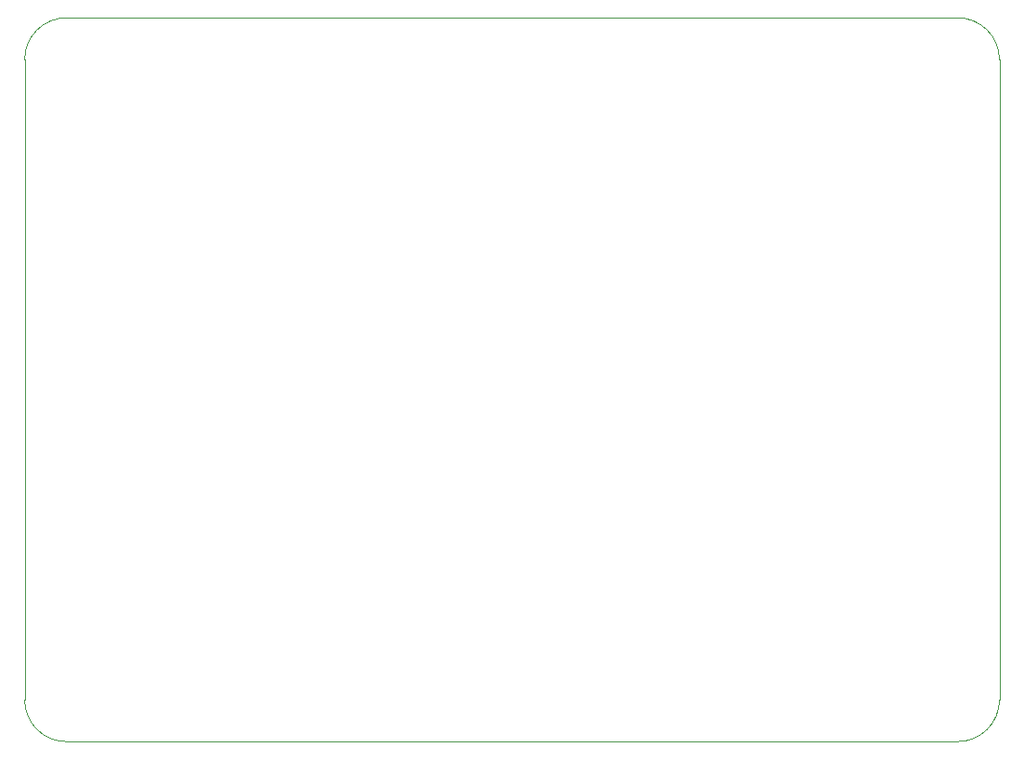
<source format=gbr>
G04 #@! TF.GenerationSoftware,KiCad,Pcbnew,7.0.1*
G04 #@! TF.CreationDate,2023-08-14T23:43:20-05:00*
G04 #@! TF.ProjectId,ControlInputTestRP2040Pico,436f6e74-726f-46c4-996e-707574546573,rev?*
G04 #@! TF.SameCoordinates,Original*
G04 #@! TF.FileFunction,Profile,NP*
%FSLAX46Y46*%
G04 Gerber Fmt 4.6, Leading zero omitted, Abs format (unit mm)*
G04 Created by KiCad (PCBNEW 7.0.1) date 2023-08-14 23:43:20*
%MOMM*%
%LPD*%
G01*
G04 APERTURE LIST*
G04 #@! TA.AperFunction,Profile*
%ADD10C,0.050000*%
G04 #@! TD*
G04 APERTURE END LIST*
D10*
X105410000Y-92710000D02*
X105410000Y-151130000D01*
X190500000Y-154940000D02*
G75*
G03*
X194310000Y-151130000I0J3810000D01*
G01*
X194310000Y-92710000D02*
G75*
G03*
X190500000Y-88900000I-3810000J0D01*
G01*
X109220000Y-88900000D02*
G75*
G03*
X105410000Y-92710000I0J-3810000D01*
G01*
X105410000Y-151130000D02*
G75*
G03*
X109220000Y-154940000I3810000J0D01*
G01*
X109220000Y-154940000D02*
X190500000Y-154940000D01*
X190500000Y-88900000D02*
X109220000Y-88900000D01*
X194310000Y-151130000D02*
X194310000Y-92710000D01*
M02*

</source>
